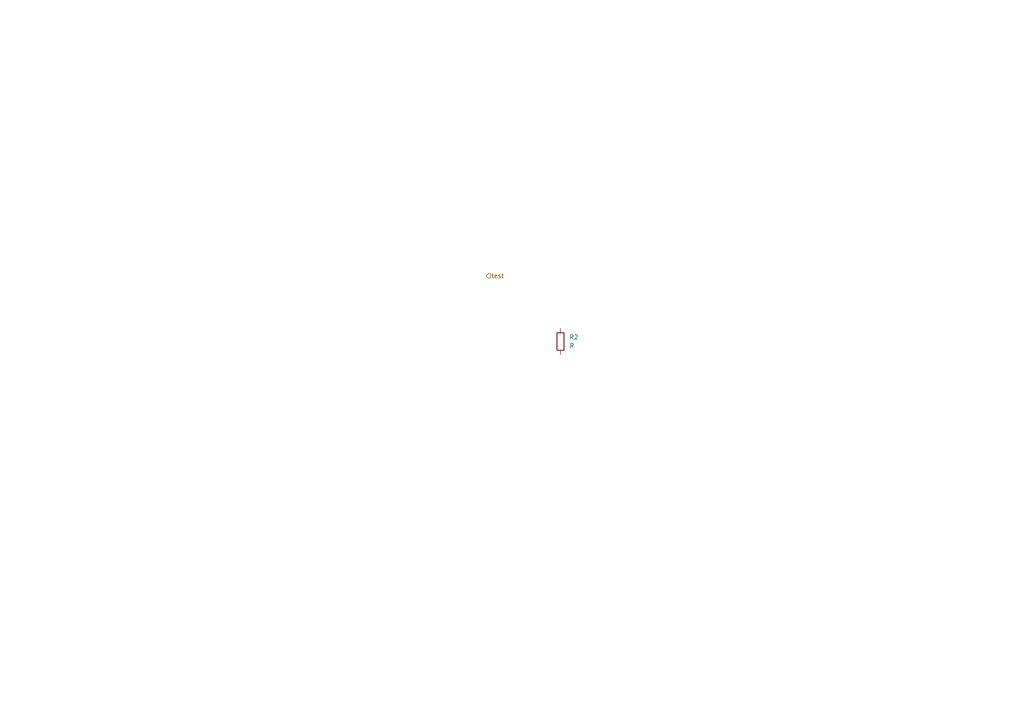
<source format=kicad_sch>
(kicad_sch (version 20250114) (generator "eeschema") (generator_version "9.0")
  (paper "A4")
  (lib_symbols
    (symbol "Device:R" (pin_numbers (hide yes)) (pin_names (offset 0))
      (property "Reference" "R" (at 2.032 0 90))
      (property "Value" "R" (at 0 0 90))
      (symbol "R_0_1"
        (rectangle (start -1.016 -2.54) (end 1.016 2.54) (stroke (width 0.254)))
      )
      (symbol "R_1_1"
        (pin passive line (at 0 3.81 270) (length 1.27) (name "~") (number "1"))
        (pin passive line (at 0 -3.81 90) (length 1.27) (name "~") (number "2"))
      )
    )
  )
  (hierarchical_label "test" (shape input) (at 140.97 80.01 0))
  (symbol (lib_id "Device:R") (at 162.56 99.06 0) (unit 1)
    (property "Reference" "R2" (at 165.1 97.7899 0) (effects (justify left)))
    (property "Value" "R" (at 165.1 100.3299 0) (effects (justify left)))
    (property "Description" "Resistor" (effects (hide yes)))
  )
)
</source>
